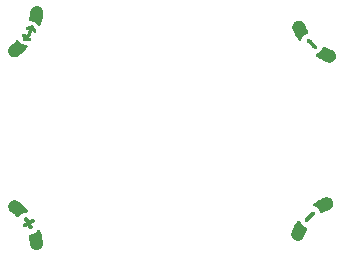
<source format=gbo>
%TF.GenerationSoftware,KiCad,Pcbnew,9.0.0*%
%TF.CreationDate,2025-04-24T20:31:47+01:00*%
%TF.ProjectId,rp2040_pogo_mh_0.2,72703230-3430-45f7-906f-676f5f6d685f,v0.2*%
%TF.SameCoordinates,Original*%
%TF.FileFunction,Legend,Bot*%
%TF.FilePolarity,Positive*%
%FSLAX45Y45*%
G04 Gerber Fmt 4.5, Leading zero omitted, Abs format (unit mm)*
G04 Created by KiCad (PCBNEW 9.0.0) date 2025-04-24 20:31:47*
%MOMM*%
%LPD*%
G01*
G04 APERTURE LIST*
%ADD10C,0.010000*%
G04 APERTURE END LIST*
D10*
%TO.C,MH3*%
X-1273165Y-610291D02*
X-1266828Y-611769D01*
X-1263640Y-612893D01*
X-1259823Y-614671D01*
X-1255701Y-617021D01*
X-1251229Y-619971D01*
X-1246357Y-623550D01*
X-1241630Y-627236D01*
X-1230373Y-636529D01*
X-1219535Y-646208D01*
X-1209192Y-656202D01*
X-1199417Y-666434D01*
X-1190286Y-676832D01*
X-1181874Y-687321D01*
X-1181853Y-687348D01*
X-1179819Y-690182D01*
X-1178377Y-692614D01*
X-1177498Y-694736D01*
X-1177155Y-696642D01*
X-1177320Y-698423D01*
X-1177963Y-700173D01*
X-1178206Y-700630D01*
X-1179425Y-702249D01*
X-1181106Y-703578D01*
X-1183329Y-704659D01*
X-1186175Y-705533D01*
X-1189725Y-706242D01*
X-1194297Y-707101D01*
X-1202716Y-709286D01*
X-1210948Y-712201D01*
X-1218902Y-715809D01*
X-1226491Y-720071D01*
X-1233626Y-724951D01*
X-1236531Y-727212D01*
X-1240638Y-730722D01*
X-1244617Y-734536D01*
X-1248696Y-738866D01*
X-1248758Y-738934D01*
X-1250641Y-740978D01*
X-1252150Y-742501D01*
X-1253407Y-743601D01*
X-1254532Y-744371D01*
X-1255647Y-744908D01*
X-1256872Y-745306D01*
X-1258502Y-745618D01*
X-1260235Y-745586D01*
X-1261954Y-745105D01*
X-1263743Y-744129D01*
X-1265686Y-742611D01*
X-1267867Y-740505D01*
X-1270369Y-737762D01*
X-1273798Y-733914D01*
X-1280177Y-727149D01*
X-1286752Y-720693D01*
X-1293665Y-714416D01*
X-1301058Y-708185D01*
X-1309074Y-701869D01*
X-1309110Y-701842D01*
X-1311269Y-700157D01*
X-1313381Y-698448D01*
X-1315299Y-696840D01*
X-1316874Y-695457D01*
X-1317958Y-694421D01*
X-1319556Y-692677D01*
X-1323239Y-687864D01*
X-1326316Y-682619D01*
X-1328759Y-677032D01*
X-1330536Y-671195D01*
X-1331618Y-665198D01*
X-1331976Y-659133D01*
X-1331578Y-653090D01*
X-1331524Y-652691D01*
X-1330321Y-646848D01*
X-1328400Y-641152D01*
X-1325814Y-635695D01*
X-1322622Y-630570D01*
X-1318880Y-625866D01*
X-1314643Y-621676D01*
X-1309969Y-618091D01*
X-1309159Y-617561D01*
X-1303611Y-614459D01*
X-1297827Y-612104D01*
X-1291848Y-610504D01*
X-1285717Y-609664D01*
X-1279476Y-609591D01*
X-1273165Y-610291D01*
G36*
X-1273165Y-610291D02*
G01*
X-1266828Y-611769D01*
X-1263640Y-612893D01*
X-1259823Y-614671D01*
X-1255701Y-617021D01*
X-1251229Y-619971D01*
X-1246357Y-623550D01*
X-1241630Y-627236D01*
X-1230373Y-636529D01*
X-1219535Y-646208D01*
X-1209192Y-656202D01*
X-1199417Y-666434D01*
X-1190286Y-676832D01*
X-1181874Y-687321D01*
X-1181853Y-687348D01*
X-1179819Y-690182D01*
X-1178377Y-692614D01*
X-1177498Y-694736D01*
X-1177155Y-696642D01*
X-1177320Y-698423D01*
X-1177963Y-700173D01*
X-1178206Y-700630D01*
X-1179425Y-702249D01*
X-1181106Y-703578D01*
X-1183329Y-704659D01*
X-1186175Y-705533D01*
X-1189725Y-706242D01*
X-1194297Y-707101D01*
X-1202716Y-709286D01*
X-1210948Y-712201D01*
X-1218902Y-715809D01*
X-1226491Y-720071D01*
X-1233626Y-724951D01*
X-1236531Y-727212D01*
X-1240638Y-730722D01*
X-1244617Y-734536D01*
X-1248696Y-738866D01*
X-1248758Y-738934D01*
X-1250641Y-740978D01*
X-1252150Y-742501D01*
X-1253407Y-743601D01*
X-1254532Y-744371D01*
X-1255647Y-744908D01*
X-1256872Y-745306D01*
X-1258502Y-745618D01*
X-1260235Y-745586D01*
X-1261954Y-745105D01*
X-1263743Y-744129D01*
X-1265686Y-742611D01*
X-1267867Y-740505D01*
X-1270369Y-737762D01*
X-1273798Y-733914D01*
X-1280177Y-727149D01*
X-1286752Y-720693D01*
X-1293665Y-714416D01*
X-1301058Y-708185D01*
X-1309074Y-701869D01*
X-1309110Y-701842D01*
X-1311269Y-700157D01*
X-1313381Y-698448D01*
X-1315299Y-696840D01*
X-1316874Y-695457D01*
X-1317958Y-694421D01*
X-1319556Y-692677D01*
X-1323239Y-687864D01*
X-1326316Y-682619D01*
X-1328759Y-677032D01*
X-1330536Y-671195D01*
X-1331618Y-665198D01*
X-1331976Y-659133D01*
X-1331578Y-653090D01*
X-1331524Y-652691D01*
X-1330321Y-646848D01*
X-1328400Y-641152D01*
X-1325814Y-635695D01*
X-1322622Y-630570D01*
X-1318880Y-625866D01*
X-1314643Y-621676D01*
X-1309969Y-618091D01*
X-1309159Y-617561D01*
X-1303611Y-614459D01*
X-1297827Y-612104D01*
X-1291848Y-610504D01*
X-1285717Y-609664D01*
X-1279476Y-609591D01*
X-1273165Y-610291D01*
G37*
X-1130097Y-766961D02*
X-1129436Y-767042D01*
X-1128760Y-767174D01*
X-1128024Y-767336D01*
X-1125965Y-767955D01*
X-1123243Y-769406D01*
X-1121025Y-771414D01*
X-1119369Y-773903D01*
X-1118337Y-776797D01*
X-1117988Y-780021D01*
X-1118043Y-780940D01*
X-1118616Y-783439D01*
X-1119722Y-785941D01*
X-1121246Y-788164D01*
X-1121536Y-788471D01*
X-1121981Y-788862D01*
X-1122592Y-789328D01*
X-1123412Y-789893D01*
X-1124479Y-790580D01*
X-1125836Y-791412D01*
X-1127523Y-792414D01*
X-1129580Y-793609D01*
X-1132048Y-795020D01*
X-1134968Y-796671D01*
X-1138381Y-798586D01*
X-1142327Y-800788D01*
X-1146846Y-803301D01*
X-1151981Y-806149D01*
X-1157770Y-809354D01*
X-1159051Y-810063D01*
X-1164878Y-813283D01*
X-1170058Y-816138D01*
X-1174627Y-818648D01*
X-1178623Y-820831D01*
X-1182082Y-822709D01*
X-1185042Y-824299D01*
X-1187540Y-825623D01*
X-1189612Y-826699D01*
X-1191295Y-827548D01*
X-1192627Y-828189D01*
X-1193645Y-828641D01*
X-1194385Y-828924D01*
X-1194884Y-829058D01*
X-1195026Y-829081D01*
X-1196222Y-829209D01*
X-1197390Y-829155D01*
X-1198790Y-828890D01*
X-1200677Y-828385D01*
X-1201958Y-828008D01*
X-1203325Y-827542D01*
X-1204304Y-827070D01*
X-1205123Y-826475D01*
X-1206009Y-825640D01*
X-1207774Y-823448D01*
X-1209091Y-820715D01*
X-1209713Y-817783D01*
X-1209632Y-814766D01*
X-1208838Y-811778D01*
X-1207323Y-808933D01*
X-1207189Y-808744D01*
X-1206925Y-808420D01*
X-1206583Y-808074D01*
X-1206122Y-807681D01*
X-1205501Y-807217D01*
X-1204679Y-806658D01*
X-1203614Y-805981D01*
X-1202265Y-805160D01*
X-1200592Y-804172D01*
X-1198554Y-802993D01*
X-1196109Y-801598D01*
X-1193215Y-799963D01*
X-1189833Y-798064D01*
X-1185921Y-795878D01*
X-1181438Y-793379D01*
X-1176342Y-790544D01*
X-1170594Y-787349D01*
X-1167345Y-785544D01*
X-1161764Y-782443D01*
X-1156812Y-779696D01*
X-1152446Y-777282D01*
X-1148622Y-775182D01*
X-1145298Y-773374D01*
X-1142431Y-771839D01*
X-1139978Y-770556D01*
X-1137896Y-769505D01*
X-1136141Y-768667D01*
X-1134672Y-768021D01*
X-1133445Y-767546D01*
X-1132416Y-767223D01*
X-1131545Y-767031D01*
X-1130786Y-766951D01*
X-1130097Y-766961D01*
G36*
X-1130097Y-766961D02*
G01*
X-1129436Y-767042D01*
X-1128760Y-767174D01*
X-1128024Y-767336D01*
X-1125965Y-767955D01*
X-1123243Y-769406D01*
X-1121025Y-771414D01*
X-1119369Y-773903D01*
X-1118337Y-776797D01*
X-1117988Y-780021D01*
X-1118043Y-780940D01*
X-1118616Y-783439D01*
X-1119722Y-785941D01*
X-1121246Y-788164D01*
X-1121536Y-788471D01*
X-1121981Y-788862D01*
X-1122592Y-789328D01*
X-1123412Y-789893D01*
X-1124479Y-790580D01*
X-1125836Y-791412D01*
X-1127523Y-792414D01*
X-1129580Y-793609D01*
X-1132048Y-795020D01*
X-1134968Y-796671D01*
X-1138381Y-798586D01*
X-1142327Y-800788D01*
X-1146846Y-803301D01*
X-1151981Y-806149D01*
X-1157770Y-809354D01*
X-1159051Y-810063D01*
X-1164878Y-813283D01*
X-1170058Y-816138D01*
X-1174627Y-818648D01*
X-1178623Y-820831D01*
X-1182082Y-822709D01*
X-1185042Y-824299D01*
X-1187540Y-825623D01*
X-1189612Y-826699D01*
X-1191295Y-827548D01*
X-1192627Y-828189D01*
X-1193645Y-828641D01*
X-1194385Y-828924D01*
X-1194884Y-829058D01*
X-1195026Y-829081D01*
X-1196222Y-829209D01*
X-1197390Y-829155D01*
X-1198790Y-828890D01*
X-1200677Y-828385D01*
X-1201958Y-828008D01*
X-1203325Y-827542D01*
X-1204304Y-827070D01*
X-1205123Y-826475D01*
X-1206009Y-825640D01*
X-1207774Y-823448D01*
X-1209091Y-820715D01*
X-1209713Y-817783D01*
X-1209632Y-814766D01*
X-1208838Y-811778D01*
X-1207323Y-808933D01*
X-1207189Y-808744D01*
X-1206925Y-808420D01*
X-1206583Y-808074D01*
X-1206122Y-807681D01*
X-1205501Y-807217D01*
X-1204679Y-806658D01*
X-1203614Y-805981D01*
X-1202265Y-805160D01*
X-1200592Y-804172D01*
X-1198554Y-802993D01*
X-1196109Y-801598D01*
X-1193215Y-799963D01*
X-1189833Y-798064D01*
X-1185921Y-795878D01*
X-1181438Y-793379D01*
X-1176342Y-790544D01*
X-1170594Y-787349D01*
X-1167345Y-785544D01*
X-1161764Y-782443D01*
X-1156812Y-779696D01*
X-1152446Y-777282D01*
X-1148622Y-775182D01*
X-1145298Y-773374D01*
X-1142431Y-771839D01*
X-1139978Y-770556D01*
X-1137896Y-769505D01*
X-1136141Y-768667D01*
X-1134672Y-768021D01*
X-1133445Y-767546D01*
X-1132416Y-767223D01*
X-1131545Y-767031D01*
X-1130786Y-766951D01*
X-1130097Y-766961D01*
G37*
X-1183521Y-753590D02*
X-1181021Y-754163D01*
X-1178519Y-755268D01*
X-1176296Y-756793D01*
X-1175989Y-757083D01*
X-1175598Y-757528D01*
X-1175132Y-758139D01*
X-1174567Y-758958D01*
X-1173880Y-760026D01*
X-1173048Y-761383D01*
X-1172046Y-763070D01*
X-1170852Y-765127D01*
X-1169440Y-767595D01*
X-1167789Y-770515D01*
X-1165874Y-773928D01*
X-1163672Y-777874D01*
X-1161159Y-782393D01*
X-1158312Y-787528D01*
X-1155106Y-793317D01*
X-1154397Y-794598D01*
X-1151177Y-800425D01*
X-1148322Y-805605D01*
X-1145812Y-810174D01*
X-1143629Y-814170D01*
X-1141751Y-817629D01*
X-1140161Y-820589D01*
X-1138837Y-823087D01*
X-1137761Y-825159D01*
X-1136912Y-826842D01*
X-1136271Y-828174D01*
X-1135819Y-829192D01*
X-1135536Y-829932D01*
X-1135402Y-830431D01*
X-1135379Y-830573D01*
X-1135251Y-831768D01*
X-1135305Y-832937D01*
X-1135570Y-834337D01*
X-1136075Y-836224D01*
X-1136452Y-837505D01*
X-1136918Y-838872D01*
X-1137390Y-839851D01*
X-1137985Y-840670D01*
X-1138820Y-841556D01*
X-1141012Y-843321D01*
X-1143745Y-844638D01*
X-1146677Y-845260D01*
X-1149694Y-845179D01*
X-1152682Y-844385D01*
X-1155528Y-842870D01*
X-1155716Y-842736D01*
X-1156040Y-842472D01*
X-1156386Y-842130D01*
X-1156779Y-841669D01*
X-1157243Y-841048D01*
X-1157802Y-840226D01*
X-1158479Y-839161D01*
X-1159300Y-837812D01*
X-1160288Y-836139D01*
X-1161468Y-834101D01*
X-1162863Y-831655D01*
X-1164497Y-828762D01*
X-1166396Y-825380D01*
X-1168582Y-821468D01*
X-1171081Y-816985D01*
X-1173916Y-811889D01*
X-1177111Y-806140D01*
X-1178916Y-802892D01*
X-1182017Y-797311D01*
X-1184764Y-792359D01*
X-1187178Y-787993D01*
X-1189279Y-784169D01*
X-1191086Y-780845D01*
X-1192622Y-777978D01*
X-1193904Y-775525D01*
X-1194955Y-773442D01*
X-1195793Y-771688D01*
X-1196439Y-770219D01*
X-1196914Y-768991D01*
X-1197237Y-767963D01*
X-1197429Y-767091D01*
X-1197509Y-766333D01*
X-1197499Y-765644D01*
X-1197418Y-764983D01*
X-1197286Y-764307D01*
X-1197124Y-763571D01*
X-1196505Y-761512D01*
X-1195054Y-758790D01*
X-1193047Y-756571D01*
X-1190557Y-754916D01*
X-1187663Y-753883D01*
X-1184439Y-753534D01*
X-1183521Y-753590D01*
G36*
X-1183521Y-753590D02*
G01*
X-1181021Y-754163D01*
X-1178519Y-755268D01*
X-1176296Y-756793D01*
X-1175989Y-757083D01*
X-1175598Y-757528D01*
X-1175132Y-758139D01*
X-1174567Y-758958D01*
X-1173880Y-760026D01*
X-1173048Y-761383D01*
X-1172046Y-763070D01*
X-1170852Y-765127D01*
X-1169440Y-767595D01*
X-1167789Y-770515D01*
X-1165874Y-773928D01*
X-1163672Y-777874D01*
X-1161159Y-782393D01*
X-1158312Y-787528D01*
X-1155106Y-793317D01*
X-1154397Y-794598D01*
X-1151177Y-800425D01*
X-1148322Y-805605D01*
X-1145812Y-810174D01*
X-1143629Y-814170D01*
X-1141751Y-817629D01*
X-1140161Y-820589D01*
X-1138837Y-823087D01*
X-1137761Y-825159D01*
X-1136912Y-826842D01*
X-1136271Y-828174D01*
X-1135819Y-829192D01*
X-1135536Y-829932D01*
X-1135402Y-830431D01*
X-1135379Y-830573D01*
X-1135251Y-831768D01*
X-1135305Y-832937D01*
X-1135570Y-834337D01*
X-1136075Y-836224D01*
X-1136452Y-837505D01*
X-1136918Y-838872D01*
X-1137390Y-839851D01*
X-1137985Y-840670D01*
X-1138820Y-841556D01*
X-1141012Y-843321D01*
X-1143745Y-844638D01*
X-1146677Y-845260D01*
X-1149694Y-845179D01*
X-1152682Y-844385D01*
X-1155528Y-842870D01*
X-1155716Y-842736D01*
X-1156040Y-842472D01*
X-1156386Y-842130D01*
X-1156779Y-841669D01*
X-1157243Y-841048D01*
X-1157802Y-840226D01*
X-1158479Y-839161D01*
X-1159300Y-837812D01*
X-1160288Y-836139D01*
X-1161468Y-834101D01*
X-1162863Y-831655D01*
X-1164497Y-828762D01*
X-1166396Y-825380D01*
X-1168582Y-821468D01*
X-1171081Y-816985D01*
X-1173916Y-811889D01*
X-1177111Y-806140D01*
X-1178916Y-802892D01*
X-1182017Y-797311D01*
X-1184764Y-792359D01*
X-1187178Y-787993D01*
X-1189279Y-784169D01*
X-1191086Y-780845D01*
X-1192622Y-777978D01*
X-1193904Y-775525D01*
X-1194955Y-773442D01*
X-1195793Y-771688D01*
X-1196439Y-770219D01*
X-1196914Y-768991D01*
X-1197237Y-767963D01*
X-1197429Y-767091D01*
X-1197509Y-766333D01*
X-1197499Y-765644D01*
X-1197418Y-764983D01*
X-1197286Y-764307D01*
X-1197124Y-763571D01*
X-1196505Y-761512D01*
X-1195054Y-758790D01*
X-1193047Y-756571D01*
X-1190557Y-754916D01*
X-1187663Y-753883D01*
X-1184439Y-753534D01*
X-1183521Y-753590D01*
G37*
X-1076931Y-859775D02*
X-1075200Y-860558D01*
X-1075024Y-860664D01*
X-1073855Y-861568D01*
X-1072793Y-862801D01*
X-1071771Y-864475D01*
X-1070719Y-866700D01*
X-1069566Y-869589D01*
X-1066888Y-877027D01*
X-1063224Y-888339D01*
X-1059870Y-900088D01*
X-1056871Y-912081D01*
X-1054275Y-924127D01*
X-1052128Y-936035D01*
X-1050478Y-947612D01*
X-1050251Y-949484D01*
X-1049724Y-953965D01*
X-1049307Y-957801D01*
X-1048993Y-961092D01*
X-1048777Y-963941D01*
X-1048653Y-966450D01*
X-1048615Y-968719D01*
X-1048659Y-970850D01*
X-1048778Y-972946D01*
X-1048968Y-975106D01*
X-1049086Y-976255D01*
X-1049419Y-979040D01*
X-1049775Y-981285D01*
X-1050188Y-983177D01*
X-1050689Y-984902D01*
X-1050744Y-985068D01*
X-1053094Y-991000D01*
X-1056045Y-996465D01*
X-1059547Y-1001437D01*
X-1063546Y-1005887D01*
X-1067992Y-1009790D01*
X-1072832Y-1013117D01*
X-1078015Y-1015842D01*
X-1083490Y-1017937D01*
X-1089205Y-1019374D01*
X-1095107Y-1020127D01*
X-1101146Y-1020169D01*
X-1107270Y-1019471D01*
X-1113426Y-1018007D01*
X-1118011Y-1016354D01*
X-1123386Y-1013684D01*
X-1128415Y-1010370D01*
X-1133033Y-1006476D01*
X-1137172Y-1002066D01*
X-1140766Y-997206D01*
X-1143748Y-991959D01*
X-1146052Y-986389D01*
X-1146527Y-984948D01*
X-1147091Y-983022D01*
X-1147555Y-981092D01*
X-1147946Y-979000D01*
X-1148293Y-976589D01*
X-1148624Y-973700D01*
X-1148968Y-970177D01*
X-1149272Y-967060D01*
X-1151009Y-953446D01*
X-1153374Y-940263D01*
X-1156379Y-927449D01*
X-1160037Y-914947D01*
X-1160716Y-912620D01*
X-1161220Y-910007D01*
X-1161246Y-907860D01*
X-1160780Y-906068D01*
X-1159805Y-904522D01*
X-1158306Y-903115D01*
X-1157391Y-902462D01*
X-1156275Y-901891D01*
X-1154921Y-901489D01*
X-1153051Y-901152D01*
X-1149682Y-900615D01*
X-1145801Y-899923D01*
X-1142345Y-899206D01*
X-1139106Y-898418D01*
X-1135875Y-897516D01*
X-1129984Y-895571D01*
X-1121908Y-892197D01*
X-1114154Y-888112D01*
X-1106756Y-883338D01*
X-1099745Y-877895D01*
X-1093152Y-871804D01*
X-1087008Y-865086D01*
X-1086630Y-864644D01*
X-1084341Y-862333D01*
X-1082136Y-860723D01*
X-1080062Y-859849D01*
X-1078605Y-859605D01*
X-1076931Y-859775D01*
G36*
X-1076931Y-859775D02*
G01*
X-1075200Y-860558D01*
X-1075024Y-860664D01*
X-1073855Y-861568D01*
X-1072793Y-862801D01*
X-1071771Y-864475D01*
X-1070719Y-866700D01*
X-1069566Y-869589D01*
X-1066888Y-877027D01*
X-1063224Y-888339D01*
X-1059870Y-900088D01*
X-1056871Y-912081D01*
X-1054275Y-924127D01*
X-1052128Y-936035D01*
X-1050478Y-947612D01*
X-1050251Y-949484D01*
X-1049724Y-953965D01*
X-1049307Y-957801D01*
X-1048993Y-961092D01*
X-1048777Y-963941D01*
X-1048653Y-966450D01*
X-1048615Y-968719D01*
X-1048659Y-970850D01*
X-1048778Y-972946D01*
X-1048968Y-975106D01*
X-1049086Y-976255D01*
X-1049419Y-979040D01*
X-1049775Y-981285D01*
X-1050188Y-983177D01*
X-1050689Y-984902D01*
X-1050744Y-985068D01*
X-1053094Y-991000D01*
X-1056045Y-996465D01*
X-1059547Y-1001437D01*
X-1063546Y-1005887D01*
X-1067992Y-1009790D01*
X-1072832Y-1013117D01*
X-1078015Y-1015842D01*
X-1083490Y-1017937D01*
X-1089205Y-1019374D01*
X-1095107Y-1020127D01*
X-1101146Y-1020169D01*
X-1107270Y-1019471D01*
X-1113426Y-1018007D01*
X-1118011Y-1016354D01*
X-1123386Y-1013684D01*
X-1128415Y-1010370D01*
X-1133033Y-1006476D01*
X-1137172Y-1002066D01*
X-1140766Y-997206D01*
X-1143748Y-991959D01*
X-1146052Y-986389D01*
X-1146527Y-984948D01*
X-1147091Y-983022D01*
X-1147555Y-981092D01*
X-1147946Y-979000D01*
X-1148293Y-976589D01*
X-1148624Y-973700D01*
X-1148968Y-970177D01*
X-1149272Y-967060D01*
X-1151009Y-953446D01*
X-1153374Y-940263D01*
X-1156379Y-927449D01*
X-1160037Y-914947D01*
X-1160716Y-912620D01*
X-1161220Y-910007D01*
X-1161246Y-907860D01*
X-1160780Y-906068D01*
X-1159805Y-904522D01*
X-1158306Y-903115D01*
X-1157391Y-902462D01*
X-1156275Y-901891D01*
X-1154921Y-901489D01*
X-1153051Y-901152D01*
X-1149682Y-900615D01*
X-1145801Y-899923D01*
X-1142345Y-899206D01*
X-1139106Y-898418D01*
X-1135875Y-897516D01*
X-1129984Y-895571D01*
X-1121908Y-892197D01*
X-1114154Y-888112D01*
X-1106756Y-883338D01*
X-1099745Y-877895D01*
X-1093152Y-871804D01*
X-1087008Y-865086D01*
X-1086630Y-864644D01*
X-1084341Y-862333D01*
X-1082136Y-860723D01*
X-1080062Y-859849D01*
X-1078605Y-859605D01*
X-1076931Y-859775D01*
G37*
%TO.C,MH1*%
X-1086456Y1034111D02*
X-1080658Y1032739D01*
X-1075140Y1030675D01*
X-1074262Y1030269D01*
X-1068691Y1027208D01*
X-1063629Y1023550D01*
X-1059104Y1019328D01*
X-1055143Y1014573D01*
X-1051773Y1009319D01*
X-1049022Y1003597D01*
X-1046918Y997439D01*
X-1046182Y994140D01*
X-1045666Y989960D01*
X-1045475Y985220D01*
X-1045607Y979864D01*
X-1046060Y973836D01*
X-1046682Y967874D01*
X-1048597Y953403D01*
X-1051063Y939083D01*
X-1054056Y925015D01*
X-1057554Y911303D01*
X-1061533Y898050D01*
X-1065970Y885358D01*
X-1065982Y885325D01*
X-1067308Y882099D01*
X-1068606Y879587D01*
X-1069940Y877717D01*
X-1071375Y876417D01*
X-1072972Y875612D01*
X-1074798Y875230D01*
X-1075313Y875194D01*
X-1077332Y875370D01*
X-1079350Y876091D01*
X-1081445Y877404D01*
X-1083695Y879354D01*
X-1086177Y881989D01*
X-1089329Y885410D01*
X-1095643Y891393D01*
X-1102477Y896829D01*
X-1109752Y901663D01*
X-1117388Y905840D01*
X-1125307Y909305D01*
X-1128764Y910570D01*
X-1133917Y912193D01*
X-1139260Y913546D01*
X-1145093Y914711D01*
X-1145184Y914728D01*
X-1147915Y915242D01*
X-1150007Y915714D01*
X-1151606Y916197D01*
X-1152855Y916743D01*
X-1153901Y917404D01*
X-1154888Y918232D01*
X-1156016Y919449D01*
X-1156907Y920936D01*
X-1157410Y922649D01*
X-1157531Y924683D01*
X-1157273Y927135D01*
X-1156642Y930100D01*
X-1155643Y933675D01*
X-1154196Y938623D01*
X-1151839Y947617D01*
X-1149849Y956614D01*
X-1148189Y965803D01*
X-1146822Y975375D01*
X-1145714Y985520D01*
X-1145710Y985564D01*
X-1145425Y988288D01*
X-1145095Y990985D01*
X-1144748Y993463D01*
X-1144409Y995533D01*
X-1144106Y997001D01*
X-1143473Y999281D01*
X-1141343Y1004954D01*
X-1138526Y1010343D01*
X-1135082Y1015375D01*
X-1131074Y1019976D01*
X-1126562Y1024071D01*
X-1121608Y1027589D01*
X-1116272Y1030453D01*
X-1115905Y1030619D01*
X-1110312Y1032696D01*
X-1104464Y1034084D01*
X-1098466Y1034783D01*
X-1092428Y1034792D01*
X-1086456Y1034111D01*
G36*
X-1086456Y1034111D02*
G01*
X-1080658Y1032739D01*
X-1075140Y1030675D01*
X-1074262Y1030269D01*
X-1068691Y1027208D01*
X-1063629Y1023550D01*
X-1059104Y1019328D01*
X-1055143Y1014573D01*
X-1051773Y1009319D01*
X-1049022Y1003597D01*
X-1046918Y997439D01*
X-1046182Y994140D01*
X-1045666Y989960D01*
X-1045475Y985220D01*
X-1045607Y979864D01*
X-1046060Y973836D01*
X-1046682Y967874D01*
X-1048597Y953403D01*
X-1051063Y939083D01*
X-1054056Y925015D01*
X-1057554Y911303D01*
X-1061533Y898050D01*
X-1065970Y885358D01*
X-1065982Y885325D01*
X-1067308Y882099D01*
X-1068606Y879587D01*
X-1069940Y877717D01*
X-1071375Y876417D01*
X-1072972Y875612D01*
X-1074798Y875230D01*
X-1075313Y875194D01*
X-1077332Y875370D01*
X-1079350Y876091D01*
X-1081445Y877404D01*
X-1083695Y879354D01*
X-1086177Y881989D01*
X-1089329Y885410D01*
X-1095643Y891393D01*
X-1102477Y896829D01*
X-1109752Y901663D01*
X-1117388Y905840D01*
X-1125307Y909305D01*
X-1128764Y910570D01*
X-1133917Y912193D01*
X-1139260Y913546D01*
X-1145093Y914711D01*
X-1145184Y914728D01*
X-1147915Y915242D01*
X-1150007Y915714D01*
X-1151606Y916197D01*
X-1152855Y916743D01*
X-1153901Y917404D01*
X-1154888Y918232D01*
X-1156016Y919449D01*
X-1156907Y920936D01*
X-1157410Y922649D01*
X-1157531Y924683D01*
X-1157273Y927135D01*
X-1156642Y930100D01*
X-1155643Y933675D01*
X-1154196Y938623D01*
X-1151839Y947617D01*
X-1149849Y956614D01*
X-1148189Y965803D01*
X-1146822Y975375D01*
X-1145714Y985520D01*
X-1145710Y985564D01*
X-1145425Y988288D01*
X-1145095Y990985D01*
X-1144748Y993463D01*
X-1144409Y995533D01*
X-1144106Y997001D01*
X-1143473Y999281D01*
X-1141343Y1004954D01*
X-1138526Y1010343D01*
X-1135082Y1015375D01*
X-1131074Y1019976D01*
X-1126562Y1024071D01*
X-1121608Y1027589D01*
X-1116272Y1030453D01*
X-1115905Y1030619D01*
X-1110312Y1032696D01*
X-1104464Y1034084D01*
X-1098466Y1034783D01*
X-1092428Y1034792D01*
X-1086456Y1034111D01*
G37*
X-1260034Y747086D02*
X-1258046Y746561D01*
X-1257007Y746131D01*
X-1255932Y745487D01*
X-1254873Y744551D01*
X-1253596Y743144D01*
X-1251356Y740572D01*
X-1248712Y737647D01*
X-1246272Y735097D01*
X-1243888Y732767D01*
X-1241411Y730505D01*
X-1236639Y726540D01*
X-1229498Y721479D01*
X-1221926Y717068D01*
X-1213957Y713324D01*
X-1205625Y710263D01*
X-1196966Y707899D01*
X-1188013Y706249D01*
X-1187438Y706163D01*
X-1184265Y705446D01*
X-1181731Y704430D01*
X-1179891Y703134D01*
X-1178912Y702027D01*
X-1178169Y700517D01*
X-1177916Y698635D01*
X-1177913Y698430D01*
X-1178060Y696958D01*
X-1178543Y695405D01*
X-1179420Y693652D01*
X-1180750Y691580D01*
X-1182589Y689071D01*
X-1187477Y682858D01*
X-1195129Y673757D01*
X-1203315Y664686D01*
X-1211897Y655788D01*
X-1220737Y647203D01*
X-1229698Y639072D01*
X-1238641Y631538D01*
X-1240109Y630353D01*
X-1243630Y627532D01*
X-1246661Y625145D01*
X-1249286Y623135D01*
X-1251588Y621442D01*
X-1253649Y620007D01*
X-1255554Y618773D01*
X-1257384Y617681D01*
X-1259225Y616672D01*
X-1261157Y615687D01*
X-1262194Y615179D01*
X-1264733Y613985D01*
X-1266825Y613098D01*
X-1268648Y612445D01*
X-1270377Y611956D01*
X-1270546Y611914D01*
X-1276822Y610764D01*
X-1283021Y610371D01*
X-1289092Y610706D01*
X-1294986Y611739D01*
X-1300652Y613441D01*
X-1306038Y615783D01*
X-1311096Y618734D01*
X-1315774Y622267D01*
X-1320021Y626352D01*
X-1323788Y630958D01*
X-1327023Y636058D01*
X-1329676Y641621D01*
X-1331697Y647617D01*
X-1332725Y652381D01*
X-1333309Y658354D01*
X-1333163Y664376D01*
X-1332308Y670355D01*
X-1330762Y676202D01*
X-1328544Y681825D01*
X-1325675Y687135D01*
X-1322173Y692041D01*
X-1321202Y693207D01*
X-1319868Y694706D01*
X-1318477Y696122D01*
X-1316910Y697562D01*
X-1315049Y699134D01*
X-1312775Y700946D01*
X-1309969Y703104D01*
X-1307487Y705014D01*
X-1296862Y713701D01*
X-1286935Y722693D01*
X-1277661Y732031D01*
X-1268996Y741759D01*
X-1267383Y743568D01*
X-1265435Y745379D01*
X-1263628Y746540D01*
X-1261861Y747094D01*
X-1260034Y747086D01*
G36*
X-1260034Y747086D02*
G01*
X-1258046Y746561D01*
X-1257007Y746131D01*
X-1255932Y745487D01*
X-1254873Y744551D01*
X-1253596Y743144D01*
X-1251356Y740572D01*
X-1248712Y737647D01*
X-1246272Y735097D01*
X-1243888Y732767D01*
X-1241411Y730505D01*
X-1236639Y726540D01*
X-1229498Y721479D01*
X-1221926Y717068D01*
X-1213957Y713324D01*
X-1205625Y710263D01*
X-1196966Y707899D01*
X-1188013Y706249D01*
X-1187438Y706163D01*
X-1184265Y705446D01*
X-1181731Y704430D01*
X-1179891Y703134D01*
X-1178912Y702027D01*
X-1178169Y700517D01*
X-1177916Y698635D01*
X-1177913Y698430D01*
X-1178060Y696958D01*
X-1178543Y695405D01*
X-1179420Y693652D01*
X-1180750Y691580D01*
X-1182589Y689071D01*
X-1187477Y682858D01*
X-1195129Y673757D01*
X-1203315Y664686D01*
X-1211897Y655788D01*
X-1220737Y647203D01*
X-1229698Y639072D01*
X-1238641Y631538D01*
X-1240109Y630353D01*
X-1243630Y627532D01*
X-1246661Y625145D01*
X-1249286Y623135D01*
X-1251588Y621442D01*
X-1253649Y620007D01*
X-1255554Y618773D01*
X-1257384Y617681D01*
X-1259225Y616672D01*
X-1261157Y615687D01*
X-1262194Y615179D01*
X-1264733Y613985D01*
X-1266825Y613098D01*
X-1268648Y612445D01*
X-1270377Y611956D01*
X-1270546Y611914D01*
X-1276822Y610764D01*
X-1283021Y610371D01*
X-1289092Y610706D01*
X-1294986Y611739D01*
X-1300652Y613441D01*
X-1306038Y615783D01*
X-1311096Y618734D01*
X-1315774Y622267D01*
X-1320021Y626352D01*
X-1323788Y630958D01*
X-1327023Y636058D01*
X-1329676Y641621D01*
X-1331697Y647617D01*
X-1332725Y652381D01*
X-1333309Y658354D01*
X-1333163Y664376D01*
X-1332308Y670355D01*
X-1330762Y676202D01*
X-1328544Y681825D01*
X-1325675Y687135D01*
X-1322173Y692041D01*
X-1321202Y693207D01*
X-1319868Y694706D01*
X-1318477Y696122D01*
X-1316910Y697562D01*
X-1315049Y699134D01*
X-1312775Y700946D01*
X-1309969Y703104D01*
X-1307487Y705014D01*
X-1296862Y713701D01*
X-1286935Y722693D01*
X-1277661Y732031D01*
X-1268996Y741759D01*
X-1267383Y743568D01*
X-1265435Y745379D01*
X-1263628Y746540D01*
X-1261861Y747094D01*
X-1260034Y747086D01*
G37*
X-1133651Y873750D02*
X-1132989Y873596D01*
X-1132295Y873383D01*
X-1131665Y873168D01*
X-1130723Y872777D01*
X-1129864Y872280D01*
X-1129029Y871606D01*
X-1128159Y870679D01*
X-1127194Y869429D01*
X-1126076Y867780D01*
X-1124744Y865660D01*
X-1123139Y862996D01*
X-1121202Y859715D01*
X-1119434Y856708D01*
X-1117438Y853317D01*
X-1115405Y849867D01*
X-1113444Y846544D01*
X-1111666Y843534D01*
X-1110179Y841022D01*
X-1108641Y838399D01*
X-1107239Y835911D01*
X-1106198Y833895D01*
X-1105478Y832248D01*
X-1105040Y830865D01*
X-1104846Y829644D01*
X-1104856Y828481D01*
X-1105033Y827272D01*
X-1105426Y825825D01*
X-1106621Y823472D01*
X-1108328Y821558D01*
X-1110424Y820138D01*
X-1112788Y819264D01*
X-1115300Y818992D01*
X-1117837Y819375D01*
X-1120279Y820467D01*
X-1120675Y820718D01*
X-1121378Y821203D01*
X-1122012Y821740D01*
X-1122642Y822420D01*
X-1123335Y823333D01*
X-1124157Y824572D01*
X-1125175Y826226D01*
X-1126455Y828387D01*
X-1128064Y831146D01*
X-1128565Y832006D01*
X-1129810Y834122D01*
X-1130910Y835962D01*
X-1131803Y837424D01*
X-1132425Y838403D01*
X-1132713Y838797D01*
X-1132891Y838636D01*
X-1133337Y837861D01*
X-1133977Y836554D01*
X-1134758Y834830D01*
X-1135622Y832802D01*
X-1138670Y825699D01*
X-1145378Y811547D01*
X-1152753Y797824D01*
X-1160794Y784534D01*
X-1169501Y771675D01*
X-1170236Y770642D01*
X-1171351Y769049D01*
X-1172228Y767767D01*
X-1172791Y766905D01*
X-1172963Y766576D01*
X-1172930Y766572D01*
X-1172338Y766581D01*
X-1171103Y766630D01*
X-1169344Y766713D01*
X-1167181Y766823D01*
X-1164734Y766957D01*
X-1164319Y766980D01*
X-1161803Y767108D01*
X-1159505Y767207D01*
X-1157571Y767271D01*
X-1156142Y767296D01*
X-1155363Y767277D01*
X-1154348Y767069D01*
X-1152487Y766338D01*
X-1150645Y765267D01*
X-1149143Y764025D01*
X-1148603Y763366D01*
X-1147594Y761519D01*
X-1146868Y759338D01*
X-1146513Y757126D01*
X-1146614Y755187D01*
X-1147359Y753046D01*
X-1148647Y750916D01*
X-1150250Y749228D01*
X-1150404Y749107D01*
X-1151055Y748663D01*
X-1151805Y748280D01*
X-1152727Y747946D01*
X-1153887Y747654D01*
X-1155356Y747393D01*
X-1157203Y747156D01*
X-1159497Y746931D01*
X-1162307Y746711D01*
X-1165702Y746486D01*
X-1169752Y746246D01*
X-1174526Y745983D01*
X-1178015Y745791D01*
X-1181616Y745584D01*
X-1184921Y745386D01*
X-1187848Y745200D01*
X-1190314Y745033D01*
X-1192236Y744891D01*
X-1193532Y744778D01*
X-1194117Y744701D01*
X-1194687Y744605D01*
X-1196223Y744666D01*
X-1198012Y745016D01*
X-1199756Y745590D01*
X-1201162Y746318D01*
X-1201510Y746558D01*
X-1202185Y747050D01*
X-1202772Y747559D01*
X-1203298Y748155D01*
X-1203789Y748905D01*
X-1204268Y749878D01*
X-1204763Y751142D01*
X-1205298Y752766D01*
X-1205899Y754818D01*
X-1206591Y757367D01*
X-1207399Y760480D01*
X-1208350Y764226D01*
X-1209467Y768674D01*
X-1209895Y770379D01*
X-1211001Y774795D01*
X-1211931Y778529D01*
X-1212699Y781648D01*
X-1213320Y784215D01*
X-1213808Y786298D01*
X-1214177Y787961D01*
X-1214441Y789270D01*
X-1214614Y790289D01*
X-1214710Y791085D01*
X-1214744Y791722D01*
X-1214730Y792267D01*
X-1214681Y792784D01*
X-1214436Y794031D01*
X-1213424Y796384D01*
X-1211823Y798460D01*
X-1209768Y800106D01*
X-1207396Y801164D01*
X-1206389Y801392D01*
X-1203708Y801478D01*
X-1201072Y800877D01*
X-1198666Y799648D01*
X-1196676Y797847D01*
X-1196426Y797527D01*
X-1195987Y796824D01*
X-1195566Y795895D01*
X-1195109Y794603D01*
X-1194568Y792813D01*
X-1193890Y790388D01*
X-1193666Y789561D01*
X-1193011Y787077D01*
X-1192387Y784621D01*
X-1191855Y782438D01*
X-1191478Y780773D01*
X-1190741Y777284D01*
X-1189581Y778815D01*
X-1186405Y783118D01*
X-1180519Y791685D01*
X-1174763Y800817D01*
X-1169224Y810364D01*
X-1163984Y820178D01*
X-1159131Y830110D01*
X-1154747Y840009D01*
X-1154556Y840465D01*
X-1153544Y842882D01*
X-1152824Y844657D01*
X-1152391Y845872D01*
X-1152240Y846609D01*
X-1152367Y846947D01*
X-1152766Y846970D01*
X-1153432Y846756D01*
X-1154360Y846389D01*
X-1155155Y846090D01*
X-1156764Y845516D01*
X-1158815Y844807D01*
X-1161126Y844025D01*
X-1163515Y843234D01*
X-1163546Y843223D01*
X-1165977Y842432D01*
X-1167797Y841863D01*
X-1169142Y841485D01*
X-1170154Y841269D01*
X-1170971Y841186D01*
X-1171731Y841205D01*
X-1172575Y841298D01*
X-1172711Y841316D01*
X-1174817Y841874D01*
X-1176756Y842814D01*
X-1176813Y842851D01*
X-1178778Y844553D01*
X-1180183Y846648D01*
X-1181029Y849001D01*
X-1181314Y851475D01*
X-1181037Y853934D01*
X-1180199Y856243D01*
X-1178798Y858265D01*
X-1176834Y859864D01*
X-1176749Y859909D01*
X-1175954Y860246D01*
X-1174502Y860803D01*
X-1172472Y861554D01*
X-1169940Y862470D01*
X-1166982Y863524D01*
X-1163676Y864687D01*
X-1160098Y865934D01*
X-1156325Y867235D01*
X-1153318Y868267D01*
X-1149278Y869648D01*
X-1145878Y870797D01*
X-1143050Y871734D01*
X-1140727Y872474D01*
X-1138843Y873035D01*
X-1137331Y873433D01*
X-1136122Y873687D01*
X-1135151Y873813D01*
X-1134349Y873828D01*
X-1133651Y873750D01*
G36*
X-1133651Y873750D02*
G01*
X-1132989Y873596D01*
X-1132295Y873383D01*
X-1131665Y873168D01*
X-1130723Y872777D01*
X-1129864Y872280D01*
X-1129029Y871606D01*
X-1128159Y870679D01*
X-1127194Y869429D01*
X-1126076Y867780D01*
X-1124744Y865660D01*
X-1123139Y862996D01*
X-1121202Y859715D01*
X-1119434Y856708D01*
X-1117438Y853317D01*
X-1115405Y849867D01*
X-1113444Y846544D01*
X-1111666Y843534D01*
X-1110179Y841022D01*
X-1108641Y838399D01*
X-1107239Y835911D01*
X-1106198Y833895D01*
X-1105478Y832248D01*
X-1105040Y830865D01*
X-1104846Y829644D01*
X-1104856Y828481D01*
X-1105033Y827272D01*
X-1105426Y825825D01*
X-1106621Y823472D01*
X-1108328Y821558D01*
X-1110424Y820138D01*
X-1112788Y819264D01*
X-1115300Y818992D01*
X-1117837Y819375D01*
X-1120279Y820467D01*
X-1120675Y820718D01*
X-1121378Y821203D01*
X-1122012Y821740D01*
X-1122642Y822420D01*
X-1123335Y823333D01*
X-1124157Y824572D01*
X-1125175Y826226D01*
X-1126455Y828387D01*
X-1128064Y831146D01*
X-1128565Y832006D01*
X-1129810Y834122D01*
X-1130910Y835962D01*
X-1131803Y837424D01*
X-1132425Y838403D01*
X-1132713Y838797D01*
X-1132891Y838636D01*
X-1133337Y837861D01*
X-1133977Y836554D01*
X-1134758Y834830D01*
X-1135622Y832802D01*
X-1138670Y825699D01*
X-1145378Y811547D01*
X-1152753Y797824D01*
X-1160794Y784534D01*
X-1169501Y771675D01*
X-1170236Y770642D01*
X-1171351Y769049D01*
X-1172228Y767767D01*
X-1172791Y766905D01*
X-1172963Y766576D01*
X-1172930Y766572D01*
X-1172338Y766581D01*
X-1171103Y766630D01*
X-1169344Y766713D01*
X-1167181Y766823D01*
X-1164734Y766957D01*
X-1164319Y766980D01*
X-1161803Y767108D01*
X-1159505Y767207D01*
X-1157571Y767271D01*
X-1156142Y767296D01*
X-1155363Y767277D01*
X-1154348Y767069D01*
X-1152487Y766338D01*
X-1150645Y765267D01*
X-1149143Y764025D01*
X-1148603Y763366D01*
X-1147594Y761519D01*
X-1146868Y759338D01*
X-1146513Y757126D01*
X-1146614Y755187D01*
X-1147359Y753046D01*
X-1148647Y750916D01*
X-1150250Y749228D01*
X-1150404Y749107D01*
X-1151055Y748663D01*
X-1151805Y748280D01*
X-1152727Y747946D01*
X-1153887Y747654D01*
X-1155356Y747393D01*
X-1157203Y747156D01*
X-1159497Y746931D01*
X-1162307Y746711D01*
X-1165702Y746486D01*
X-1169752Y746246D01*
X-1174526Y745983D01*
X-1178015Y745791D01*
X-1181616Y745584D01*
X-1184921Y745386D01*
X-1187848Y745200D01*
X-1190314Y745033D01*
X-1192236Y744891D01*
X-1193532Y744778D01*
X-1194117Y744701D01*
X-1194687Y744605D01*
X-1196223Y744666D01*
X-1198012Y745016D01*
X-1199756Y745590D01*
X-1201162Y746318D01*
X-1201510Y746558D01*
X-1202185Y747050D01*
X-1202772Y747559D01*
X-1203298Y748155D01*
X-1203789Y748905D01*
X-1204268Y749878D01*
X-1204763Y751142D01*
X-1205298Y752766D01*
X-1205899Y754818D01*
X-1206591Y757367D01*
X-1207399Y760480D01*
X-1208350Y764226D01*
X-1209467Y768674D01*
X-1209895Y770379D01*
X-1211001Y774795D01*
X-1211931Y778529D01*
X-1212699Y781648D01*
X-1213320Y784215D01*
X-1213808Y786298D01*
X-1214177Y787961D01*
X-1214441Y789270D01*
X-1214614Y790289D01*
X-1214710Y791085D01*
X-1214744Y791722D01*
X-1214730Y792267D01*
X-1214681Y792784D01*
X-1214436Y794031D01*
X-1213424Y796384D01*
X-1211823Y798460D01*
X-1209768Y800106D01*
X-1207396Y801164D01*
X-1206389Y801392D01*
X-1203708Y801478D01*
X-1201072Y800877D01*
X-1198666Y799648D01*
X-1196676Y797847D01*
X-1196426Y797527D01*
X-1195987Y796824D01*
X-1195566Y795895D01*
X-1195109Y794603D01*
X-1194568Y792813D01*
X-1193890Y790388D01*
X-1193666Y789561D01*
X-1193011Y787077D01*
X-1192387Y784621D01*
X-1191855Y782438D01*
X-1191478Y780773D01*
X-1190741Y777284D01*
X-1189581Y778815D01*
X-1186405Y783118D01*
X-1180519Y791685D01*
X-1174763Y800817D01*
X-1169224Y810364D01*
X-1163984Y820178D01*
X-1159131Y830110D01*
X-1154747Y840009D01*
X-1154556Y840465D01*
X-1153544Y842882D01*
X-1152824Y844657D01*
X-1152391Y845872D01*
X-1152240Y846609D01*
X-1152367Y846947D01*
X-1152766Y846970D01*
X-1153432Y846756D01*
X-1154360Y846389D01*
X-1155155Y846090D01*
X-1156764Y845516D01*
X-1158815Y844807D01*
X-1161126Y844025D01*
X-1163515Y843234D01*
X-1163546Y843223D01*
X-1165977Y842432D01*
X-1167797Y841863D01*
X-1169142Y841485D01*
X-1170154Y841269D01*
X-1170971Y841186D01*
X-1171731Y841205D01*
X-1172575Y841298D01*
X-1172711Y841316D01*
X-1174817Y841874D01*
X-1176756Y842814D01*
X-1176813Y842851D01*
X-1178778Y844553D01*
X-1180183Y846648D01*
X-1181029Y849001D01*
X-1181314Y851475D01*
X-1181037Y853934D01*
X-1180199Y856243D01*
X-1178798Y858265D01*
X-1176834Y859864D01*
X-1176749Y859909D01*
X-1175954Y860246D01*
X-1174502Y860803D01*
X-1172472Y861554D01*
X-1169940Y862470D01*
X-1166982Y863524D01*
X-1163676Y864687D01*
X-1160098Y865934D01*
X-1156325Y867235D01*
X-1153318Y868267D01*
X-1149278Y869648D01*
X-1145878Y870797D01*
X-1143050Y871734D01*
X-1140727Y872474D01*
X-1138843Y873035D01*
X-1137331Y873433D01*
X-1136122Y873687D01*
X-1135151Y873813D01*
X-1134349Y873828D01*
X-1133651Y873750D01*
G37*
%TO.C,MH2*%
X1341551Y691738D02*
X1343837Y690814D01*
X1346514Y689390D01*
X1349675Y687444D01*
X1354032Y684690D01*
X1362028Y679945D01*
X1370128Y675552D01*
X1378504Y671423D01*
X1387328Y667471D01*
X1396774Y663610D01*
X1396816Y663593D01*
X1399356Y662569D01*
X1401857Y661508D01*
X1404144Y660491D01*
X1406039Y659595D01*
X1407367Y658899D01*
X1409384Y657663D01*
X1414251Y654052D01*
X1418655Y649858D01*
X1422542Y645161D01*
X1425860Y640039D01*
X1428553Y634573D01*
X1430568Y628841D01*
X1431851Y622923D01*
X1431909Y622525D01*
X1432365Y616576D01*
X1432087Y610571D01*
X1431106Y604613D01*
X1429450Y598807D01*
X1427149Y593253D01*
X1424232Y588058D01*
X1420727Y583323D01*
X1420095Y582591D01*
X1415617Y578080D01*
X1410706Y574222D01*
X1405399Y571036D01*
X1399737Y568539D01*
X1393758Y566748D01*
X1387499Y565681D01*
X1381000Y565355D01*
X1377625Y565557D01*
X1373466Y566213D01*
X1368857Y567336D01*
X1363744Y568940D01*
X1358074Y571037D01*
X1352515Y573278D01*
X1339133Y579107D01*
X1326046Y585425D01*
X1313349Y592180D01*
X1301132Y599321D01*
X1289489Y606800D01*
X1278512Y614563D01*
X1278484Y614584D01*
X1275748Y616747D01*
X1273691Y618687D01*
X1272262Y620485D01*
X1271407Y622223D01*
X1271073Y623981D01*
X1271210Y625840D01*
X1271317Y626346D01*
X1272043Y628238D01*
X1273292Y629980D01*
X1275131Y631632D01*
X1277627Y633256D01*
X1280844Y634916D01*
X1285001Y637002D01*
X1292492Y641423D01*
X1299601Y646494D01*
X1306253Y652155D01*
X1312373Y658344D01*
X1317887Y665001D01*
X1320056Y667976D01*
X1323036Y672481D01*
X1325810Y677245D01*
X1328538Y682530D01*
X1328578Y682613D01*
X1329825Y685097D01*
X1330856Y686978D01*
X1331761Y688381D01*
X1332630Y689431D01*
X1333554Y690255D01*
X1334622Y690975D01*
X1336102Y691725D01*
X1337777Y692171D01*
X1339562Y692183D01*
X1341551Y691738D01*
G36*
X1341551Y691738D02*
G01*
X1343837Y690814D01*
X1346514Y689390D01*
X1349675Y687444D01*
X1354032Y684690D01*
X1362028Y679945D01*
X1370128Y675552D01*
X1378504Y671423D01*
X1387328Y667471D01*
X1396774Y663610D01*
X1396816Y663593D01*
X1399356Y662569D01*
X1401857Y661508D01*
X1404144Y660491D01*
X1406039Y659595D01*
X1407367Y658899D01*
X1409384Y657663D01*
X1414251Y654052D01*
X1418655Y649858D01*
X1422542Y645161D01*
X1425860Y640039D01*
X1428553Y634573D01*
X1430568Y628841D01*
X1431851Y622923D01*
X1431909Y622525D01*
X1432365Y616576D01*
X1432087Y610571D01*
X1431106Y604613D01*
X1429450Y598807D01*
X1427149Y593253D01*
X1424232Y588058D01*
X1420727Y583323D01*
X1420095Y582591D01*
X1415617Y578080D01*
X1410706Y574222D01*
X1405399Y571036D01*
X1399737Y568539D01*
X1393758Y566748D01*
X1387499Y565681D01*
X1381000Y565355D01*
X1377625Y565557D01*
X1373466Y566213D01*
X1368857Y567336D01*
X1363744Y568940D01*
X1358074Y571037D01*
X1352515Y573278D01*
X1339133Y579107D01*
X1326046Y585425D01*
X1313349Y592180D01*
X1301132Y599321D01*
X1289489Y606800D01*
X1278512Y614563D01*
X1278484Y614584D01*
X1275748Y616747D01*
X1273691Y618687D01*
X1272262Y620485D01*
X1271407Y622223D01*
X1271073Y623981D01*
X1271210Y625840D01*
X1271317Y626346D01*
X1272043Y628238D01*
X1273292Y629980D01*
X1275131Y631632D01*
X1277627Y633256D01*
X1280844Y634916D01*
X1285001Y637002D01*
X1292492Y641423D01*
X1299601Y646494D01*
X1306253Y652155D01*
X1312373Y658344D01*
X1317887Y665001D01*
X1320056Y667976D01*
X1323036Y672481D01*
X1325810Y677245D01*
X1328538Y682530D01*
X1328578Y682613D01*
X1329825Y685097D01*
X1330856Y686978D01*
X1331761Y688381D01*
X1332630Y689431D01*
X1333554Y690255D01*
X1334622Y690975D01*
X1336102Y691725D01*
X1337777Y692171D01*
X1339562Y692183D01*
X1341551Y691738D01*
G37*
X1128271Y912265D02*
X1134174Y911180D01*
X1139922Y909380D01*
X1145434Y906910D01*
X1150628Y903812D01*
X1155422Y900130D01*
X1159735Y895908D01*
X1163486Y891190D01*
X1164339Y889935D01*
X1165413Y888239D01*
X1166390Y886512D01*
X1167343Y884609D01*
X1168341Y882387D01*
X1169456Y879701D01*
X1170757Y876409D01*
X1171909Y873497D01*
X1177330Y860889D01*
X1183238Y848868D01*
X1189658Y837379D01*
X1196620Y826369D01*
X1197915Y824320D01*
X1199119Y821948D01*
X1199737Y819890D01*
X1199782Y818039D01*
X1199271Y816285D01*
X1198218Y814519D01*
X1197518Y813639D01*
X1196603Y812783D01*
X1195412Y812023D01*
X1193708Y811183D01*
X1190618Y809739D01*
X1187077Y808004D01*
X1183953Y806362D01*
X1181056Y804712D01*
X1178199Y802954D01*
X1173073Y799460D01*
X1166239Y793991D01*
X1159912Y787928D01*
X1154116Y781299D01*
X1148877Y774134D01*
X1144218Y766462D01*
X1140164Y758311D01*
X1139923Y757782D01*
X1138360Y754929D01*
X1136684Y752774D01*
X1134931Y751362D01*
X1133597Y750726D01*
X1131941Y750428D01*
X1130062Y750704D01*
X1129864Y750757D01*
X1128490Y751304D01*
X1127130Y752197D01*
X1125686Y753523D01*
X1124061Y755372D01*
X1122157Y757831D01*
X1117532Y764243D01*
X1110892Y774107D01*
X1104429Y784476D01*
X1098241Y795178D01*
X1092425Y806042D01*
X1087079Y816897D01*
X1082302Y827571D01*
X1081567Y829308D01*
X1079826Y833470D01*
X1078368Y837042D01*
X1077159Y840120D01*
X1076166Y842799D01*
X1075355Y845176D01*
X1074694Y847347D01*
X1074148Y849408D01*
X1073685Y851454D01*
X1073271Y853584D01*
X1073069Y854721D01*
X1072621Y857490D01*
X1072345Y859746D01*
X1072220Y861678D01*
X1072227Y863474D01*
X1072233Y863649D01*
X1072857Y869999D01*
X1074188Y876066D01*
X1076183Y881810D01*
X1078801Y887191D01*
X1081999Y892168D01*
X1085735Y896700D01*
X1089966Y900748D01*
X1094652Y904271D01*
X1099748Y907228D01*
X1105215Y909579D01*
X1111008Y911283D01*
X1117087Y912300D01*
X1123409Y912590D01*
X1128271Y912265D01*
G36*
X1128271Y912265D02*
G01*
X1134174Y911180D01*
X1139922Y909380D01*
X1145434Y906910D01*
X1150628Y903812D01*
X1155422Y900130D01*
X1159735Y895908D01*
X1163486Y891190D01*
X1164339Y889935D01*
X1165413Y888239D01*
X1166390Y886512D01*
X1167343Y884609D01*
X1168341Y882387D01*
X1169456Y879701D01*
X1170757Y876409D01*
X1171909Y873497D01*
X1177330Y860889D01*
X1183238Y848868D01*
X1189658Y837379D01*
X1196620Y826369D01*
X1197915Y824320D01*
X1199119Y821948D01*
X1199737Y819890D01*
X1199782Y818039D01*
X1199271Y816285D01*
X1198218Y814519D01*
X1197518Y813639D01*
X1196603Y812783D01*
X1195412Y812023D01*
X1193708Y811183D01*
X1190618Y809739D01*
X1187077Y808004D01*
X1183953Y806362D01*
X1181056Y804712D01*
X1178199Y802954D01*
X1173073Y799460D01*
X1166239Y793991D01*
X1159912Y787928D01*
X1154116Y781299D01*
X1148877Y774134D01*
X1144218Y766462D01*
X1140164Y758311D01*
X1139923Y757782D01*
X1138360Y754929D01*
X1136684Y752774D01*
X1134931Y751362D01*
X1133597Y750726D01*
X1131941Y750428D01*
X1130062Y750704D01*
X1129864Y750757D01*
X1128490Y751304D01*
X1127130Y752197D01*
X1125686Y753523D01*
X1124061Y755372D01*
X1122157Y757831D01*
X1117532Y764243D01*
X1110892Y774107D01*
X1104429Y784476D01*
X1098241Y795178D01*
X1092425Y806042D01*
X1087079Y816897D01*
X1082302Y827571D01*
X1081567Y829308D01*
X1079826Y833470D01*
X1078368Y837042D01*
X1077159Y840120D01*
X1076166Y842799D01*
X1075355Y845176D01*
X1074694Y847347D01*
X1074148Y849408D01*
X1073685Y851454D01*
X1073271Y853584D01*
X1073069Y854721D01*
X1072621Y857490D01*
X1072345Y859746D01*
X1072220Y861678D01*
X1072227Y863474D01*
X1072233Y863649D01*
X1072857Y869999D01*
X1074188Y876066D01*
X1076183Y881810D01*
X1078801Y887191D01*
X1081999Y892168D01*
X1085735Y896700D01*
X1089966Y900748D01*
X1094652Y904271D01*
X1099748Y907228D01*
X1105215Y909579D01*
X1111008Y911283D01*
X1117087Y912300D01*
X1123409Y912590D01*
X1128271Y912265D01*
G37*
X1210923Y758494D02*
X1211141Y758417D01*
X1211525Y758253D01*
X1211952Y758020D01*
X1212457Y757685D01*
X1213074Y757216D01*
X1213838Y756579D01*
X1214783Y755742D01*
X1215943Y754672D01*
X1217354Y753336D01*
X1219050Y751702D01*
X1221065Y749736D01*
X1223434Y747405D01*
X1226191Y744677D01*
X1229371Y741519D01*
X1233009Y737899D01*
X1237138Y733782D01*
X1241794Y729136D01*
X1244425Y726511D01*
X1248944Y722002D01*
X1252949Y717999D01*
X1256473Y714467D01*
X1259546Y711370D01*
X1262201Y708673D01*
X1264466Y706340D01*
X1266376Y704336D01*
X1267959Y702623D01*
X1269249Y701168D01*
X1270275Y699934D01*
X1271069Y698885D01*
X1271663Y697986D01*
X1272088Y697201D01*
X1272375Y696493D01*
X1272555Y695829D01*
X1272658Y695171D01*
X1272719Y694484D01*
X1272765Y693733D01*
X1272738Y691583D01*
X1272094Y688567D01*
X1270775Y685880D01*
X1268839Y683603D01*
X1266341Y681812D01*
X1263338Y680588D01*
X1262440Y680388D01*
X1259879Y680251D01*
X1257170Y680623D01*
X1254613Y681476D01*
X1254238Y681670D01*
X1253739Y681990D01*
X1253122Y682449D01*
X1252354Y683081D01*
X1251399Y683918D01*
X1250225Y684993D01*
X1248797Y686338D01*
X1247082Y687986D01*
X1245045Y689970D01*
X1242653Y692322D01*
X1239872Y695075D01*
X1236667Y698261D01*
X1233006Y701912D01*
X1228853Y706063D01*
X1224176Y710745D01*
X1223142Y711780D01*
X1218440Y716494D01*
X1214268Y720686D01*
X1210596Y724387D01*
X1207396Y727626D01*
X1204638Y730434D01*
X1202293Y732841D01*
X1200332Y734876D01*
X1198726Y736572D01*
X1197446Y737956D01*
X1196463Y739060D01*
X1195748Y739913D01*
X1195272Y740546D01*
X1195005Y740989D01*
X1194944Y741119D01*
X1194492Y742234D01*
X1194221Y743372D01*
X1194090Y744790D01*
X1194056Y746744D01*
X1194065Y748079D01*
X1194136Y749521D01*
X1194320Y750593D01*
X1194667Y751544D01*
X1195225Y752625D01*
X1196845Y754927D01*
X1199110Y756946D01*
X1201757Y758352D01*
X1204679Y759105D01*
X1207770Y759166D01*
X1210923Y758494D01*
G36*
X1210923Y758494D02*
G01*
X1211141Y758417D01*
X1211525Y758253D01*
X1211952Y758020D01*
X1212457Y757685D01*
X1213074Y757216D01*
X1213838Y756579D01*
X1214783Y755742D01*
X1215943Y754672D01*
X1217354Y753336D01*
X1219050Y751702D01*
X1221065Y749736D01*
X1223434Y747405D01*
X1226191Y744677D01*
X1229371Y741519D01*
X1233009Y737899D01*
X1237138Y733782D01*
X1241794Y729136D01*
X1244425Y726511D01*
X1248944Y722002D01*
X1252949Y717999D01*
X1256473Y714467D01*
X1259546Y711370D01*
X1262201Y708673D01*
X1264466Y706340D01*
X1266376Y704336D01*
X1267959Y702623D01*
X1269249Y701168D01*
X1270275Y699934D01*
X1271069Y698885D01*
X1271663Y697986D01*
X1272088Y697201D01*
X1272375Y696493D01*
X1272555Y695829D01*
X1272658Y695171D01*
X1272719Y694484D01*
X1272765Y693733D01*
X1272738Y691583D01*
X1272094Y688567D01*
X1270775Y685880D01*
X1268839Y683603D01*
X1266341Y681812D01*
X1263338Y680588D01*
X1262440Y680388D01*
X1259879Y680251D01*
X1257170Y680623D01*
X1254613Y681476D01*
X1254238Y681670D01*
X1253739Y681990D01*
X1253122Y682449D01*
X1252354Y683081D01*
X1251399Y683918D01*
X1250225Y684993D01*
X1248797Y686338D01*
X1247082Y687986D01*
X1245045Y689970D01*
X1242653Y692322D01*
X1239872Y695075D01*
X1236667Y698261D01*
X1233006Y701912D01*
X1228853Y706063D01*
X1224176Y710745D01*
X1223142Y711780D01*
X1218440Y716494D01*
X1214268Y720686D01*
X1210596Y724387D01*
X1207396Y727626D01*
X1204638Y730434D01*
X1202293Y732841D01*
X1200332Y734876D01*
X1198726Y736572D01*
X1197446Y737956D01*
X1196463Y739060D01*
X1195748Y739913D01*
X1195272Y740546D01*
X1195005Y740989D01*
X1194944Y741119D01*
X1194492Y742234D01*
X1194221Y743372D01*
X1194090Y744790D01*
X1194056Y746744D01*
X1194065Y748079D01*
X1194136Y749521D01*
X1194320Y750593D01*
X1194667Y751544D01*
X1195225Y752625D01*
X1196845Y754927D01*
X1199110Y756946D01*
X1201757Y758352D01*
X1204679Y759105D01*
X1207770Y759166D01*
X1210923Y758494D01*
G37*
%TO.C,MH4*%
X1123676Y-782485D02*
X1124182Y-782593D01*
X1126074Y-783318D01*
X1127816Y-784568D01*
X1129467Y-786407D01*
X1131092Y-788902D01*
X1132752Y-792119D01*
X1134838Y-796276D01*
X1139259Y-803768D01*
X1144330Y-810877D01*
X1149991Y-817529D01*
X1156180Y-823649D01*
X1162837Y-829162D01*
X1165811Y-831331D01*
X1170317Y-834312D01*
X1175081Y-837085D01*
X1180366Y-839813D01*
X1180449Y-839854D01*
X1182933Y-841101D01*
X1184813Y-842132D01*
X1186217Y-843037D01*
X1187267Y-843906D01*
X1188091Y-844829D01*
X1188811Y-845897D01*
X1189560Y-847378D01*
X1190007Y-849053D01*
X1190019Y-850838D01*
X1189574Y-852827D01*
X1188650Y-855113D01*
X1187226Y-857789D01*
X1185280Y-860950D01*
X1182526Y-865308D01*
X1177781Y-873304D01*
X1173388Y-881403D01*
X1169259Y-889779D01*
X1165307Y-898604D01*
X1161446Y-908050D01*
X1161429Y-908091D01*
X1160405Y-910631D01*
X1159344Y-913133D01*
X1158327Y-915419D01*
X1157431Y-917315D01*
X1156735Y-918643D01*
X1155499Y-920660D01*
X1151888Y-925526D01*
X1147694Y-929930D01*
X1142997Y-933818D01*
X1137875Y-937135D01*
X1132409Y-939829D01*
X1126677Y-941844D01*
X1120759Y-943127D01*
X1120361Y-943185D01*
X1114412Y-943640D01*
X1108407Y-943363D01*
X1102450Y-942382D01*
X1096643Y-940726D01*
X1091089Y-938425D01*
X1085894Y-935507D01*
X1081159Y-932003D01*
X1080427Y-931370D01*
X1075915Y-926892D01*
X1072058Y-921981D01*
X1068872Y-916675D01*
X1066375Y-911013D01*
X1064584Y-905033D01*
X1063517Y-898775D01*
X1063191Y-892276D01*
X1063393Y-888901D01*
X1064049Y-884741D01*
X1065172Y-880132D01*
X1066776Y-875019D01*
X1068873Y-869350D01*
X1071113Y-863790D01*
X1076943Y-850408D01*
X1083261Y-837322D01*
X1090016Y-824624D01*
X1097157Y-812408D01*
X1104635Y-800765D01*
X1112399Y-789787D01*
X1112420Y-789759D01*
X1114583Y-787023D01*
X1116523Y-784967D01*
X1118321Y-783537D01*
X1120059Y-782682D01*
X1121817Y-782349D01*
X1123676Y-782485D01*
G36*
X1123676Y-782485D02*
G01*
X1124182Y-782593D01*
X1126074Y-783318D01*
X1127816Y-784568D01*
X1129467Y-786407D01*
X1131092Y-788902D01*
X1132752Y-792119D01*
X1134838Y-796276D01*
X1139259Y-803768D01*
X1144330Y-810877D01*
X1149991Y-817529D01*
X1156180Y-823649D01*
X1162837Y-829162D01*
X1165811Y-831331D01*
X1170317Y-834312D01*
X1175081Y-837085D01*
X1180366Y-839813D01*
X1180449Y-839854D01*
X1182933Y-841101D01*
X1184813Y-842132D01*
X1186217Y-843037D01*
X1187267Y-843906D01*
X1188091Y-844829D01*
X1188811Y-845897D01*
X1189560Y-847378D01*
X1190007Y-849053D01*
X1190019Y-850838D01*
X1189574Y-852827D01*
X1188650Y-855113D01*
X1187226Y-857789D01*
X1185280Y-860950D01*
X1182526Y-865308D01*
X1177781Y-873304D01*
X1173388Y-881403D01*
X1169259Y-889779D01*
X1165307Y-898604D01*
X1161446Y-908050D01*
X1161429Y-908091D01*
X1160405Y-910631D01*
X1159344Y-913133D01*
X1158327Y-915419D01*
X1157431Y-917315D01*
X1156735Y-918643D01*
X1155499Y-920660D01*
X1151888Y-925526D01*
X1147694Y-929930D01*
X1142997Y-933818D01*
X1137875Y-937135D01*
X1132409Y-939829D01*
X1126677Y-941844D01*
X1120759Y-943127D01*
X1120361Y-943185D01*
X1114412Y-943640D01*
X1108407Y-943363D01*
X1102450Y-942382D01*
X1096643Y-940726D01*
X1091089Y-938425D01*
X1085894Y-935507D01*
X1081159Y-932003D01*
X1080427Y-931370D01*
X1075915Y-926892D01*
X1072058Y-921981D01*
X1068872Y-916675D01*
X1066375Y-911013D01*
X1064584Y-905033D01*
X1063517Y-898775D01*
X1063191Y-892276D01*
X1063393Y-888901D01*
X1064049Y-884741D01*
X1065172Y-880132D01*
X1066776Y-875019D01*
X1068873Y-869350D01*
X1071113Y-863790D01*
X1076943Y-850408D01*
X1083261Y-837322D01*
X1090016Y-824624D01*
X1097157Y-812408D01*
X1104635Y-800765D01*
X1112399Y-789787D01*
X1112420Y-789759D01*
X1114583Y-787023D01*
X1116523Y-784967D01*
X1118321Y-783537D01*
X1120059Y-782682D01*
X1121817Y-782349D01*
X1123676Y-782485D01*
G37*
X1244422Y-706699D02*
X1245865Y-706770D01*
X1246936Y-706954D01*
X1247888Y-707301D01*
X1248969Y-707859D01*
X1251270Y-709479D01*
X1253289Y-711744D01*
X1254695Y-714391D01*
X1255449Y-717313D01*
X1255509Y-720404D01*
X1254837Y-723557D01*
X1254760Y-723775D01*
X1254596Y-724159D01*
X1254363Y-724587D01*
X1254028Y-725091D01*
X1253559Y-725708D01*
X1252922Y-726472D01*
X1252085Y-727417D01*
X1251016Y-728578D01*
X1249680Y-729988D01*
X1248045Y-731684D01*
X1246079Y-733699D01*
X1243748Y-736068D01*
X1241021Y-738825D01*
X1237863Y-742005D01*
X1234242Y-745643D01*
X1230125Y-749772D01*
X1225480Y-754429D01*
X1222855Y-757059D01*
X1218345Y-761578D01*
X1214342Y-765584D01*
X1210810Y-769107D01*
X1207714Y-772181D01*
X1205017Y-774835D01*
X1202684Y-777101D01*
X1200679Y-779010D01*
X1198967Y-780594D01*
X1197512Y-781883D01*
X1196277Y-782909D01*
X1195229Y-783704D01*
X1194329Y-784298D01*
X1193544Y-784722D01*
X1192837Y-785009D01*
X1192172Y-785189D01*
X1191514Y-785293D01*
X1190828Y-785353D01*
X1190076Y-785400D01*
X1187926Y-785372D01*
X1184910Y-784728D01*
X1182223Y-783410D01*
X1179946Y-781473D01*
X1178156Y-778975D01*
X1176932Y-775973D01*
X1176731Y-775075D01*
X1176594Y-772513D01*
X1176967Y-769804D01*
X1177819Y-767247D01*
X1178014Y-766872D01*
X1178333Y-766373D01*
X1178792Y-765757D01*
X1179424Y-764988D01*
X1180262Y-764034D01*
X1181336Y-762859D01*
X1182682Y-761432D01*
X1184330Y-759716D01*
X1186313Y-757680D01*
X1188665Y-755287D01*
X1191418Y-752506D01*
X1194604Y-749302D01*
X1198256Y-745640D01*
X1202406Y-741487D01*
X1207088Y-736810D01*
X1208124Y-735776D01*
X1212838Y-731074D01*
X1217030Y-726902D01*
X1220730Y-723230D01*
X1223969Y-720030D01*
X1226777Y-717272D01*
X1229184Y-714927D01*
X1231220Y-712966D01*
X1232915Y-711360D01*
X1234299Y-710080D01*
X1235403Y-709098D01*
X1236257Y-708383D01*
X1236890Y-707906D01*
X1237333Y-707640D01*
X1237463Y-707578D01*
X1238577Y-707126D01*
X1239715Y-706856D01*
X1241133Y-706724D01*
X1243087Y-706690D01*
X1244422Y-706699D01*
G36*
X1244422Y-706699D02*
G01*
X1245865Y-706770D01*
X1246936Y-706954D01*
X1247888Y-707301D01*
X1248969Y-707859D01*
X1251270Y-709479D01*
X1253289Y-711744D01*
X1254695Y-714391D01*
X1255449Y-717313D01*
X1255509Y-720404D01*
X1254837Y-723557D01*
X1254760Y-723775D01*
X1254596Y-724159D01*
X1254363Y-724587D01*
X1254028Y-725091D01*
X1253559Y-725708D01*
X1252922Y-726472D01*
X1252085Y-727417D01*
X1251016Y-728578D01*
X1249680Y-729988D01*
X1248045Y-731684D01*
X1246079Y-733699D01*
X1243748Y-736068D01*
X1241021Y-738825D01*
X1237863Y-742005D01*
X1234242Y-745643D01*
X1230125Y-749772D01*
X1225480Y-754429D01*
X1222855Y-757059D01*
X1218345Y-761578D01*
X1214342Y-765584D01*
X1210810Y-769107D01*
X1207714Y-772181D01*
X1205017Y-774835D01*
X1202684Y-777101D01*
X1200679Y-779010D01*
X1198967Y-780594D01*
X1197512Y-781883D01*
X1196277Y-782909D01*
X1195229Y-783704D01*
X1194329Y-784298D01*
X1193544Y-784722D01*
X1192837Y-785009D01*
X1192172Y-785189D01*
X1191514Y-785293D01*
X1190828Y-785353D01*
X1190076Y-785400D01*
X1187926Y-785372D01*
X1184910Y-784728D01*
X1182223Y-783410D01*
X1179946Y-781473D01*
X1178156Y-778975D01*
X1176932Y-775973D01*
X1176731Y-775075D01*
X1176594Y-772513D01*
X1176967Y-769804D01*
X1177819Y-767247D01*
X1178014Y-766872D01*
X1178333Y-766373D01*
X1178792Y-765757D01*
X1179424Y-764988D01*
X1180262Y-764034D01*
X1181336Y-762859D01*
X1182682Y-761432D01*
X1184330Y-759716D01*
X1186313Y-757680D01*
X1188665Y-755287D01*
X1191418Y-752506D01*
X1194604Y-749302D01*
X1198256Y-745640D01*
X1202406Y-741487D01*
X1207088Y-736810D01*
X1208124Y-735776D01*
X1212838Y-731074D01*
X1217030Y-726902D01*
X1220730Y-723230D01*
X1223969Y-720030D01*
X1226777Y-717272D01*
X1229184Y-714927D01*
X1231220Y-712966D01*
X1232915Y-711360D01*
X1234299Y-710080D01*
X1235403Y-709098D01*
X1236257Y-708383D01*
X1236890Y-707906D01*
X1237333Y-707640D01*
X1237463Y-707578D01*
X1238577Y-707126D01*
X1239715Y-706856D01*
X1241133Y-706724D01*
X1243087Y-706690D01*
X1244422Y-706699D01*
G37*
X1361452Y-583522D02*
X1361627Y-583529D01*
X1367976Y-584153D01*
X1374043Y-585484D01*
X1379788Y-587479D01*
X1385168Y-590096D01*
X1390145Y-593294D01*
X1394678Y-597030D01*
X1398726Y-601261D01*
X1402248Y-605947D01*
X1405205Y-611044D01*
X1407556Y-616510D01*
X1409261Y-622304D01*
X1410278Y-628382D01*
X1410568Y-634704D01*
X1410242Y-639566D01*
X1409157Y-645469D01*
X1407358Y-651217D01*
X1404887Y-656729D01*
X1401789Y-661923D01*
X1398108Y-666717D01*
X1393886Y-671031D01*
X1389167Y-674781D01*
X1387913Y-675634D01*
X1386217Y-676708D01*
X1384490Y-677686D01*
X1382587Y-678638D01*
X1380365Y-679637D01*
X1377679Y-680751D01*
X1374387Y-682053D01*
X1371475Y-683204D01*
X1358866Y-688626D01*
X1346846Y-694533D01*
X1335357Y-700954D01*
X1324347Y-707916D01*
X1322298Y-709211D01*
X1319925Y-710414D01*
X1317868Y-711032D01*
X1316017Y-711078D01*
X1314263Y-710567D01*
X1312497Y-709513D01*
X1311616Y-708813D01*
X1310761Y-707898D01*
X1310001Y-706707D01*
X1309161Y-705003D01*
X1307717Y-701913D01*
X1305982Y-698373D01*
X1304339Y-695248D01*
X1302689Y-692352D01*
X1300932Y-689494D01*
X1297438Y-684368D01*
X1291969Y-677535D01*
X1285905Y-671208D01*
X1279277Y-665412D01*
X1272112Y-660172D01*
X1264440Y-655514D01*
X1256289Y-651460D01*
X1255760Y-651218D01*
X1252907Y-649655D01*
X1250751Y-647979D01*
X1249340Y-646227D01*
X1248703Y-644893D01*
X1248406Y-643237D01*
X1248681Y-641357D01*
X1248735Y-641159D01*
X1249282Y-639785D01*
X1250174Y-638425D01*
X1251501Y-636982D01*
X1253350Y-635357D01*
X1255809Y-633452D01*
X1262221Y-628827D01*
X1272085Y-622188D01*
X1282454Y-615725D01*
X1293156Y-609536D01*
X1304020Y-603720D01*
X1314875Y-598375D01*
X1325548Y-593597D01*
X1327286Y-592863D01*
X1331448Y-591122D01*
X1335020Y-589663D01*
X1338097Y-588454D01*
X1340776Y-587461D01*
X1343154Y-586650D01*
X1345324Y-585989D01*
X1347385Y-585444D01*
X1349432Y-584981D01*
X1351561Y-584567D01*
X1352698Y-584364D01*
X1355468Y-583917D01*
X1357724Y-583641D01*
X1359656Y-583515D01*
X1361452Y-583522D01*
G36*
X1361452Y-583522D02*
G01*
X1361627Y-583529D01*
X1367976Y-584153D01*
X1374043Y-585484D01*
X1379788Y-587479D01*
X1385168Y-590096D01*
X1390145Y-593294D01*
X1394678Y-597030D01*
X1398726Y-601261D01*
X1402248Y-605947D01*
X1405205Y-611044D01*
X1407556Y-616510D01*
X1409261Y-622304D01*
X1410278Y-628382D01*
X1410568Y-634704D01*
X1410242Y-639566D01*
X1409157Y-645469D01*
X1407358Y-651217D01*
X1404887Y-656729D01*
X1401789Y-661923D01*
X1398108Y-666717D01*
X1393886Y-671031D01*
X1389167Y-674781D01*
X1387913Y-675634D01*
X1386217Y-676708D01*
X1384490Y-677686D01*
X1382587Y-678638D01*
X1380365Y-679637D01*
X1377679Y-680751D01*
X1374387Y-682053D01*
X1371475Y-683204D01*
X1358866Y-688626D01*
X1346846Y-694533D01*
X1335357Y-700954D01*
X1324347Y-707916D01*
X1322298Y-709211D01*
X1319925Y-710414D01*
X1317868Y-711032D01*
X1316017Y-711078D01*
X1314263Y-710567D01*
X1312497Y-709513D01*
X1311616Y-708813D01*
X1310761Y-707898D01*
X1310001Y-706707D01*
X1309161Y-705003D01*
X1307717Y-701913D01*
X1305982Y-698373D01*
X1304339Y-695248D01*
X1302689Y-692352D01*
X1300932Y-689494D01*
X1297438Y-684368D01*
X1291969Y-677535D01*
X1285905Y-671208D01*
X1279277Y-665412D01*
X1272112Y-660172D01*
X1264440Y-655514D01*
X1256289Y-651460D01*
X1255760Y-651218D01*
X1252907Y-649655D01*
X1250751Y-647979D01*
X1249340Y-646227D01*
X1248703Y-644893D01*
X1248406Y-643237D01*
X1248681Y-641357D01*
X1248735Y-641159D01*
X1249282Y-639785D01*
X1250174Y-638425D01*
X1251501Y-636982D01*
X1253350Y-635357D01*
X1255809Y-633452D01*
X1262221Y-628827D01*
X1272085Y-622188D01*
X1282454Y-615725D01*
X1293156Y-609536D01*
X1304020Y-603720D01*
X1314875Y-598375D01*
X1325548Y-593597D01*
X1327286Y-592863D01*
X1331448Y-591122D01*
X1335020Y-589663D01*
X1338097Y-588454D01*
X1340776Y-587461D01*
X1343154Y-586650D01*
X1345324Y-585989D01*
X1347385Y-585444D01*
X1349432Y-584981D01*
X1351561Y-584567D01*
X1352698Y-584364D01*
X1355468Y-583917D01*
X1357724Y-583641D01*
X1359656Y-583515D01*
X1361452Y-583522D01*
G37*
%TD*%
M02*

</source>
